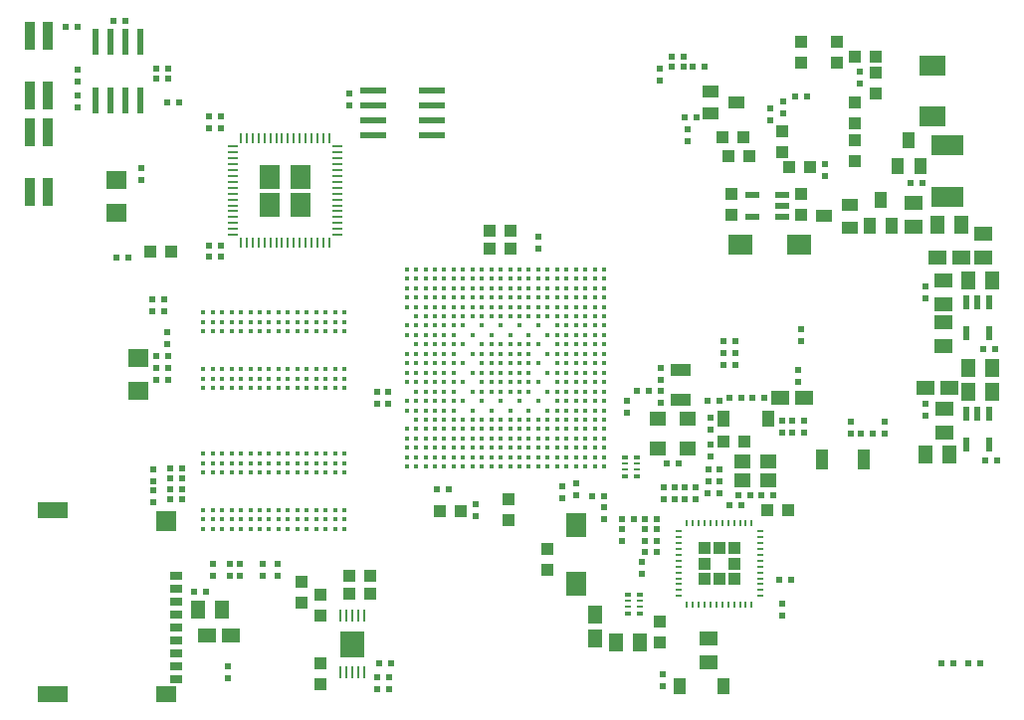
<source format=gbr>
%TF.GenerationSoftware,KiCad,Pcbnew,5.1.6-c6e7f7d~87~ubuntu18.04.1*%
%TF.CreationDate,2021-01-22T16:26:39+02:00*%
%TF.ProjectId,STMP1-OLinuXino_Rev_B,53544d50-312d-44f4-9c69-6e7558696e6f,B*%
%TF.SameCoordinates,Original*%
%TF.FileFunction,Paste,Bot*%
%TF.FilePolarity,Positive*%
%FSLAX46Y46*%
G04 Gerber Fmt 4.6, Leading zero omitted, Abs format (unit mm)*
G04 Created by KiCad (PCBNEW 5.1.6-c6e7f7d~87~ubuntu18.04.1) date 2021-01-22 16:26:39*
%MOMM*%
%LPD*%
G01*
G04 APERTURE LIST*
%ADD10R,0.914400X2.438400*%
%ADD11R,0.550000X0.500000*%
%ADD12R,1.016000X1.016000*%
%ADD13R,1.400000X1.200000*%
%ADD14R,0.500000X0.550000*%
%ADD15R,0.605000X0.305000*%
%ADD16R,0.605000X0.230000*%
%ADD17R,1.800000X1.000000*%
%ADD18R,0.550000X1.200000*%
%ADD19R,0.230000X0.980000*%
%ADD20R,2.000000X2.200000*%
%ADD21R,0.880000X0.230000*%
%ADD22R,1.800000X2.000000*%
%ADD23R,0.230000X0.880000*%
%ADD24R,1.524000X1.270000*%
%ADD25R,1.270000X1.524000*%
%ADD26R,0.420000X0.420000*%
%ADD27R,1.016000X1.778000*%
%ADD28R,1.700000X2.000000*%
%ADD29R,2.000000X1.700000*%
%ADD30R,2.286000X1.778000*%
%ADD31R,1.400000X1.000000*%
%ADD32R,1.800000X1.600000*%
%ADD33R,2.700000X1.800000*%
%ADD34R,1.100000X0.700000*%
%ADD35R,1.800000X1.400000*%
%ADD36R,1.800000X1.800000*%
%ADD37R,2.600000X1.400000*%
%ADD38R,1.778000X1.524000*%
%ADD39R,1.000000X1.000000*%
%ADD40R,0.630000X0.230000*%
%ADD41R,0.230000X0.630000*%
%ADD42R,2.200000X0.600000*%
%ADD43R,0.600000X2.200000*%
%ADD44R,1.000000X1.400000*%
%ADD45R,1.200000X0.550000*%
G04 APERTURE END LIST*
D10*
%TO.C,PWRON1*%
X103759000Y-49784000D03*
X102235000Y-49784000D03*
X103759000Y-44704000D03*
X102235000Y-44704000D03*
%TD*%
%TO.C,RESET1*%
X103759000Y-58039000D03*
X102235000Y-58039000D03*
X103759000Y-52959000D03*
X102235000Y-52959000D03*
%TD*%
D11*
%TO.C,R61*%
X145542000Y-61849000D03*
X145542000Y-62865000D03*
%TD*%
D12*
%TO.C,R59*%
X164973000Y-85090000D03*
X166751000Y-85090000D03*
%TD*%
D13*
%TO.C,Q3*%
X165057000Y-82588000D03*
X162857000Y-80988000D03*
X162857000Y-82588000D03*
X165057000Y-80988000D03*
%TD*%
D14*
%TO.C,C50*%
X162560000Y-83820000D03*
X163576000Y-83820000D03*
%TD*%
D12*
%TO.C,C58*%
X163068000Y-79248000D03*
X161290000Y-79248000D03*
%TD*%
D14*
%TO.C,R82*%
X156845000Y-47371000D03*
X157861000Y-47371000D03*
%TD*%
D15*
%TO.C,RM3*%
X154182500Y-92301000D03*
X153157500Y-92301000D03*
D16*
X154182500Y-92841000D03*
X153157500Y-92841000D03*
X154182500Y-93341000D03*
X153157500Y-93341000D03*
D15*
X154182500Y-93881000D03*
X153157500Y-93881000D03*
%TD*%
D17*
%TO.C,Q1*%
X157607000Y-73172000D03*
X157607000Y-75672000D03*
%TD*%
D15*
%TO.C,RM4*%
X153928500Y-80617000D03*
X152903500Y-80617000D03*
D16*
X153928500Y-81157000D03*
X152903500Y-81157000D03*
X153928500Y-81657000D03*
X152903500Y-81657000D03*
D15*
X153928500Y-82197000D03*
X152903500Y-82197000D03*
%TD*%
D18*
%TO.C,U13*%
X181930000Y-67407000D03*
X182880000Y-67407000D03*
X183830000Y-67407000D03*
X181930000Y-70007000D03*
X183830000Y-70007000D03*
%TD*%
D19*
%TO.C,U19*%
X128667000Y-94120000D03*
X129167000Y-94120000D03*
X129667000Y-94120000D03*
X130167000Y-94120000D03*
X130667000Y-94120000D03*
X130667000Y-98920000D03*
X130167000Y-98920000D03*
X129667000Y-98920000D03*
X129167000Y-98920000D03*
X128667000Y-98920000D03*
D20*
X129667000Y-96520000D03*
%TD*%
D14*
%TO.C,R78*%
X113030000Y-72009000D03*
X114046000Y-72009000D03*
%TD*%
D11*
%TO.C,R80*%
X113919000Y-70993000D03*
X113919000Y-69977000D03*
%TD*%
D21*
%TO.C,U8*%
X128402000Y-55162000D03*
X128402000Y-55662000D03*
X128402000Y-56162000D03*
X128402000Y-56662000D03*
X128402000Y-57162000D03*
X128402000Y-57662000D03*
X128402000Y-58162000D03*
X128402000Y-58662000D03*
X128402000Y-59162000D03*
X128402000Y-59662000D03*
D22*
X125252000Y-56712000D03*
D23*
X121202000Y-62362000D03*
X120702000Y-62362000D03*
X121702000Y-62362000D03*
X120202000Y-62362000D03*
D21*
X119502000Y-54662000D03*
X119502000Y-54162000D03*
X119502000Y-55662000D03*
X119502000Y-55162000D03*
D23*
X126202000Y-53462000D03*
X127702000Y-53462000D03*
X126702000Y-53462000D03*
X127202000Y-53462000D03*
D21*
X128402000Y-61662000D03*
X128402000Y-60162000D03*
X128402000Y-60662000D03*
X128402000Y-61162000D03*
D22*
X122652000Y-56712000D03*
X125252000Y-59112000D03*
X122652000Y-59112000D03*
D23*
X127702000Y-62362000D03*
X127202000Y-62362000D03*
X126702000Y-62362000D03*
X126202000Y-62362000D03*
X125702000Y-62362000D03*
X125202000Y-62362000D03*
X124702000Y-62362000D03*
X124202000Y-62362000D03*
X123702000Y-62362000D03*
X123202000Y-62362000D03*
X122702000Y-62362000D03*
X122202000Y-62362000D03*
D21*
X119502000Y-61662000D03*
X119502000Y-61162000D03*
X119502000Y-60662000D03*
X119502000Y-60162000D03*
X119502000Y-59662000D03*
X119502000Y-59162000D03*
X119502000Y-58662000D03*
X119502000Y-58162000D03*
X119502000Y-57662000D03*
X119502000Y-57162000D03*
X119502000Y-56662000D03*
X119502000Y-56162000D03*
D23*
X120202000Y-53462000D03*
X120702000Y-53462000D03*
X121202000Y-53462000D03*
X121702000Y-53462000D03*
X122202000Y-53462000D03*
X122702000Y-53462000D03*
X123202000Y-53462000D03*
X123702000Y-53462000D03*
X124202000Y-53462000D03*
X124702000Y-53462000D03*
X125202000Y-53462000D03*
X125702000Y-53462000D03*
D21*
X128402000Y-54162000D03*
X128402000Y-54662000D03*
%TD*%
D12*
%TO.C,C107*%
X161163000Y-53340000D03*
X162941000Y-53340000D03*
%TD*%
D24*
%TO.C,C88*%
X177419000Y-60960000D03*
X177419000Y-58928000D03*
%TD*%
%TO.C,L13*%
X168148000Y-75565000D03*
X166116000Y-75565000D03*
%TD*%
D25*
%TO.C,C46*%
X118618000Y-93599000D03*
X116586000Y-93599000D03*
%TD*%
D26*
%TO.C,U2*%
X121800000Y-74700000D03*
X121800000Y-73100000D03*
X121000000Y-73100000D03*
X120200000Y-74700000D03*
X120200000Y-73900000D03*
X122600000Y-74700000D03*
X122600000Y-73100000D03*
X122600000Y-73900000D03*
X121800000Y-73900000D03*
X121000000Y-73900000D03*
X120200000Y-73100000D03*
X121000000Y-74700000D03*
X125000000Y-74700000D03*
X125000000Y-73100000D03*
X124200000Y-73100000D03*
X123400000Y-74700000D03*
X123400000Y-73900000D03*
X125800000Y-74700000D03*
X125800000Y-73100000D03*
X125800000Y-73900000D03*
X125000000Y-73900000D03*
X124200000Y-73900000D03*
X123400000Y-73100000D03*
X124200000Y-74700000D03*
X128200000Y-74700000D03*
X128200000Y-73100000D03*
X127400000Y-73100000D03*
X126600000Y-74700000D03*
X126600000Y-73900000D03*
X129000000Y-74700000D03*
X129000000Y-73100000D03*
X129000000Y-73900000D03*
X128200000Y-73900000D03*
X127400000Y-73900000D03*
X126600000Y-73100000D03*
X127400000Y-74700000D03*
X118600000Y-69900000D03*
X118600000Y-68300000D03*
X117800000Y-68300000D03*
X117000000Y-69900000D03*
X117000000Y-69100000D03*
X118600000Y-69100000D03*
X117800000Y-69100000D03*
X117000000Y-68300000D03*
X117800000Y-69900000D03*
X121000000Y-69900000D03*
X121000000Y-68300000D03*
X120200000Y-68300000D03*
X119400000Y-69900000D03*
X119400000Y-69100000D03*
X121800000Y-69900000D03*
X121800000Y-68300000D03*
X121800000Y-69100000D03*
X121000000Y-69100000D03*
X120200000Y-69100000D03*
X119400000Y-68300000D03*
X120200000Y-69900000D03*
X124200000Y-69900000D03*
X124200000Y-68300000D03*
X123400000Y-68300000D03*
X122600000Y-69900000D03*
X122600000Y-69100000D03*
X125000000Y-69900000D03*
X125000000Y-68300000D03*
X125000000Y-69100000D03*
X124200000Y-69100000D03*
X123400000Y-69100000D03*
X122600000Y-68300000D03*
X123400000Y-69900000D03*
X127400000Y-69900000D03*
X127400000Y-68300000D03*
X126600000Y-68300000D03*
X125800000Y-69900000D03*
X125800000Y-69100000D03*
X128200000Y-69900000D03*
X128200000Y-68300000D03*
X128200000Y-69100000D03*
X127400000Y-69100000D03*
X126600000Y-69100000D03*
X125800000Y-68300000D03*
X126600000Y-69900000D03*
X119400000Y-74700000D03*
X119400000Y-73100000D03*
X119400000Y-73900000D03*
X118600000Y-73100000D03*
X118600000Y-73900000D03*
X118600000Y-74700000D03*
X117800000Y-74700000D03*
X117800000Y-73900000D03*
X117800000Y-73100000D03*
X117000000Y-74700000D03*
X117000000Y-73900000D03*
X129000000Y-69900000D03*
X129000000Y-69100000D03*
X129000000Y-68300000D03*
X117000000Y-73100000D03*
%TD*%
D14*
%TO.C,R88*%
X117475000Y-51562000D03*
X118491000Y-51562000D03*
%TD*%
%TO.C,R90*%
X163703000Y-75565000D03*
X164719000Y-75565000D03*
%TD*%
%TO.C,R93*%
X118491000Y-52578000D03*
X117475000Y-52578000D03*
%TD*%
D26*
%TO.C,U1*%
X139900000Y-64600000D03*
X144700000Y-64600000D03*
X147900000Y-64600000D03*
X145500000Y-64600000D03*
X143100000Y-64600000D03*
X135900000Y-64600000D03*
X141500000Y-64600000D03*
X137500000Y-64600000D03*
X136700000Y-64600000D03*
X150300000Y-64600000D03*
X139100000Y-64600000D03*
X142300000Y-64600000D03*
X147100000Y-64600000D03*
X149500000Y-64600000D03*
X138300000Y-64600000D03*
X140700000Y-64600000D03*
X148700000Y-64600000D03*
X134300000Y-64600000D03*
X151100000Y-64600000D03*
X146300000Y-64600000D03*
X143900000Y-64600000D03*
X135100000Y-64600000D03*
X139900000Y-65400000D03*
X144700000Y-65400000D03*
X147900000Y-65400000D03*
X145500000Y-65400000D03*
X143100000Y-65400000D03*
X135900000Y-65400000D03*
X141500000Y-65400000D03*
X137500000Y-65400000D03*
X136700000Y-65400000D03*
X150300000Y-65400000D03*
X139100000Y-65400000D03*
X142300000Y-65400000D03*
X147100000Y-65400000D03*
X149500000Y-65400000D03*
X138300000Y-65400000D03*
X140700000Y-65400000D03*
X148700000Y-65400000D03*
X134300000Y-65400000D03*
X151100000Y-65400000D03*
X146300000Y-65400000D03*
X143900000Y-65400000D03*
X135100000Y-65400000D03*
X139900000Y-66200000D03*
X144700000Y-66200000D03*
X147900000Y-66200000D03*
X145500000Y-66200000D03*
X143100000Y-66200000D03*
X135900000Y-66200000D03*
X141500000Y-66200000D03*
X137500000Y-66200000D03*
X136700000Y-66200000D03*
X150300000Y-66200000D03*
X139100000Y-66200000D03*
X142300000Y-66200000D03*
X147100000Y-66200000D03*
X149500000Y-66200000D03*
X138300000Y-66200000D03*
X140700000Y-66200000D03*
X148700000Y-66200000D03*
X134300000Y-66200000D03*
X151100000Y-66200000D03*
X146300000Y-66200000D03*
X143900000Y-66200000D03*
X135100000Y-66200000D03*
X139900000Y-67000000D03*
X144700000Y-67000000D03*
X147900000Y-67000000D03*
X145500000Y-67000000D03*
X143100000Y-67000000D03*
X135900000Y-67000000D03*
X141500000Y-67000000D03*
X137500000Y-67000000D03*
X136700000Y-67000000D03*
X150300000Y-67000000D03*
X139100000Y-67000000D03*
X142300000Y-67000000D03*
X147100000Y-67000000D03*
X149500000Y-67000000D03*
X138300000Y-67000000D03*
X140700000Y-67000000D03*
X148700000Y-67000000D03*
X134300000Y-67000000D03*
X151100000Y-67000000D03*
X146300000Y-67000000D03*
X143900000Y-67000000D03*
X135100000Y-67000000D03*
X139900000Y-67800000D03*
X144700000Y-67800000D03*
X147900000Y-67800000D03*
X145500000Y-67800000D03*
X143100000Y-67800000D03*
X135900000Y-67800000D03*
X141500000Y-67800000D03*
X137500000Y-67800000D03*
X136700000Y-67800000D03*
X150300000Y-67800000D03*
X139100000Y-67800000D03*
X142300000Y-67800000D03*
X147100000Y-67800000D03*
X149500000Y-67800000D03*
X138300000Y-67800000D03*
X140700000Y-67800000D03*
X148700000Y-67800000D03*
X134300000Y-67800000D03*
X151100000Y-67800000D03*
X146300000Y-67800000D03*
X143900000Y-67800000D03*
X135100000Y-67800000D03*
X139900000Y-68600000D03*
X144700000Y-68600000D03*
X147900000Y-68600000D03*
X145500000Y-68600000D03*
X143100000Y-68600000D03*
X135900000Y-68600000D03*
X141500000Y-68600000D03*
X137500000Y-68600000D03*
X136700000Y-68600000D03*
X150300000Y-68600000D03*
X139100000Y-68600000D03*
X142300000Y-68600000D03*
X147100000Y-68600000D03*
X149500000Y-68600000D03*
X138300000Y-68600000D03*
X140700000Y-68600000D03*
X148700000Y-68600000D03*
X151100000Y-68600000D03*
X146300000Y-68600000D03*
X143900000Y-68600000D03*
X135100000Y-68600000D03*
X147900000Y-69400000D03*
X145500000Y-69400000D03*
X135900000Y-69400000D03*
X137500000Y-69400000D03*
X136700000Y-69400000D03*
X150300000Y-69400000D03*
X139100000Y-69400000D03*
X142300000Y-69400000D03*
X147100000Y-69400000D03*
X149500000Y-69400000D03*
X138300000Y-69400000D03*
X140700000Y-69400000D03*
X148700000Y-69400000D03*
X134300000Y-69400000D03*
X151100000Y-69400000D03*
X143900000Y-69400000D03*
X135100000Y-69400000D03*
X139900000Y-70200000D03*
X144700000Y-70200000D03*
X147900000Y-70200000D03*
X143100000Y-70200000D03*
X135900000Y-70200000D03*
X141500000Y-70200000D03*
X137500000Y-70200000D03*
X136700000Y-70200000D03*
X150300000Y-70200000D03*
X147100000Y-70200000D03*
X149500000Y-70200000D03*
X138300000Y-70200000D03*
X148700000Y-70200000D03*
X134300000Y-70200000D03*
X151100000Y-70200000D03*
X146300000Y-70200000D03*
X135100000Y-70200000D03*
X144700000Y-71000000D03*
X147900000Y-71000000D03*
X145500000Y-71000000D03*
X143100000Y-71000000D03*
X135900000Y-71000000D03*
X141500000Y-71000000D03*
X137500000Y-71000000D03*
X136700000Y-71000000D03*
X150300000Y-71000000D03*
X139100000Y-71000000D03*
X142300000Y-71000000D03*
X147100000Y-71000000D03*
X149500000Y-71000000D03*
X138300000Y-71000000D03*
X140700000Y-71000000D03*
X148700000Y-71000000D03*
X151100000Y-71000000D03*
X143900000Y-71000000D03*
X135100000Y-71000000D03*
X139900000Y-71800000D03*
X144700000Y-71800000D03*
X147900000Y-71800000D03*
X143100000Y-71800000D03*
X135900000Y-71800000D03*
X141500000Y-71800000D03*
X137500000Y-71800000D03*
X136700000Y-71800000D03*
X150300000Y-71800000D03*
X142300000Y-71800000D03*
X147100000Y-71800000D03*
X149500000Y-71800000D03*
X138300000Y-71800000D03*
X140700000Y-71800000D03*
X148700000Y-71800000D03*
X134300000Y-71800000D03*
X151100000Y-71800000D03*
X146300000Y-71800000D03*
X143900000Y-71800000D03*
X135100000Y-71800000D03*
X144700000Y-72600000D03*
X147900000Y-72600000D03*
X145500000Y-72600000D03*
X143100000Y-72600000D03*
X135900000Y-72600000D03*
X141500000Y-72600000D03*
X137500000Y-72600000D03*
X136700000Y-72600000D03*
X150300000Y-72600000D03*
X139100000Y-72600000D03*
X142300000Y-72600000D03*
X147100000Y-72600000D03*
X149500000Y-72600000D03*
X138300000Y-72600000D03*
X140700000Y-72600000D03*
X148700000Y-72600000D03*
X134300000Y-72600000D03*
X151100000Y-72600000D03*
X143900000Y-72600000D03*
X135100000Y-72600000D03*
X140700000Y-78200000D03*
X148700000Y-78200000D03*
X134300000Y-78200000D03*
X151100000Y-78200000D03*
X146300000Y-78200000D03*
X143900000Y-78200000D03*
X135100000Y-78200000D03*
X141500000Y-79000000D03*
X137500000Y-79000000D03*
X134300000Y-73400000D03*
X135900000Y-74200000D03*
X141500000Y-74200000D03*
X137500000Y-74200000D03*
X149500000Y-73400000D03*
X136700000Y-73400000D03*
X137500000Y-73400000D03*
X139900000Y-73400000D03*
X144700000Y-77400000D03*
X138300000Y-73400000D03*
X143100000Y-73400000D03*
X143100000Y-80600000D03*
X135900000Y-80600000D03*
X139900000Y-80600000D03*
X141500000Y-80600000D03*
X137500000Y-80600000D03*
X136700000Y-80600000D03*
X150300000Y-80600000D03*
X139100000Y-80600000D03*
X142300000Y-80600000D03*
X147100000Y-80600000D03*
X149500000Y-80600000D03*
X138300000Y-80600000D03*
X140700000Y-80600000D03*
X148700000Y-80600000D03*
X134300000Y-80600000D03*
X151100000Y-80600000D03*
X146300000Y-80600000D03*
X143900000Y-80600000D03*
X135100000Y-80600000D03*
X144700000Y-81400000D03*
X139900000Y-77400000D03*
X135900000Y-76600000D03*
X141500000Y-76600000D03*
X136700000Y-74200000D03*
X150300000Y-74200000D03*
X139100000Y-74200000D03*
X142300000Y-74200000D03*
X147100000Y-74200000D03*
X149500000Y-74200000D03*
X138300000Y-74200000D03*
X140700000Y-74200000D03*
X148700000Y-74200000D03*
X134300000Y-74200000D03*
X151100000Y-74200000D03*
X143900000Y-74200000D03*
X135100000Y-74200000D03*
X143100000Y-75000000D03*
X145500000Y-74200000D03*
X143100000Y-74200000D03*
X143900000Y-73400000D03*
X148700000Y-73400000D03*
X135900000Y-73400000D03*
X147100000Y-73400000D03*
X144700000Y-79800000D03*
X147900000Y-79000000D03*
X143100000Y-79000000D03*
X144700000Y-79000000D03*
X136700000Y-79000000D03*
X150300000Y-79000000D03*
X139100000Y-79000000D03*
X142300000Y-79000000D03*
X147100000Y-79000000D03*
X149500000Y-79000000D03*
X138300000Y-79000000D03*
X140700000Y-79000000D03*
X148700000Y-79000000D03*
X134300000Y-79000000D03*
X151100000Y-79000000D03*
X146300000Y-79000000D03*
X143900000Y-79000000D03*
X135100000Y-79000000D03*
X147900000Y-81400000D03*
X150300000Y-73400000D03*
X135100000Y-73400000D03*
X151100000Y-73400000D03*
X146300000Y-73400000D03*
X139900000Y-79000000D03*
X143100000Y-78200000D03*
X145500000Y-81400000D03*
X143100000Y-81400000D03*
X135900000Y-81400000D03*
X141500000Y-81400000D03*
X137500000Y-81400000D03*
X136700000Y-81400000D03*
X150300000Y-81400000D03*
X139100000Y-81400000D03*
X142300000Y-81400000D03*
X147100000Y-81400000D03*
X149500000Y-81400000D03*
X138300000Y-81400000D03*
X140700000Y-81400000D03*
X148700000Y-81400000D03*
X134300000Y-81400000D03*
X151100000Y-81400000D03*
X146300000Y-81400000D03*
X143900000Y-81400000D03*
X135100000Y-81400000D03*
X148700000Y-76600000D03*
X134300000Y-76600000D03*
X151100000Y-76600000D03*
X146300000Y-76600000D03*
X145500000Y-78200000D03*
X147900000Y-78200000D03*
X147900000Y-79800000D03*
X145500000Y-79800000D03*
X141500000Y-79800000D03*
X137500000Y-79800000D03*
X136700000Y-79800000D03*
X143100000Y-79800000D03*
X135900000Y-79800000D03*
X150300000Y-79800000D03*
X139100000Y-79800000D03*
X142300000Y-79800000D03*
X147100000Y-79800000D03*
X149500000Y-79800000D03*
X138300000Y-79800000D03*
X140700000Y-79800000D03*
X148700000Y-79800000D03*
X134300000Y-79800000D03*
X151100000Y-79800000D03*
X146300000Y-79800000D03*
X143900000Y-79800000D03*
X135100000Y-79800000D03*
X139900000Y-81400000D03*
X147900000Y-80600000D03*
X145500000Y-80600000D03*
X144700000Y-80600000D03*
X147100000Y-76600000D03*
X149500000Y-76600000D03*
X138300000Y-76600000D03*
X141500000Y-73400000D03*
X147900000Y-74200000D03*
X139900000Y-75000000D03*
X147900000Y-75000000D03*
X147900000Y-73400000D03*
X147900000Y-76600000D03*
X143100000Y-76600000D03*
X137500000Y-76600000D03*
X136700000Y-76600000D03*
X150300000Y-76600000D03*
X144700000Y-78200000D03*
X145500000Y-75800000D03*
X145500000Y-77400000D03*
X135900000Y-75800000D03*
X137500000Y-75800000D03*
X136700000Y-75800000D03*
X150300000Y-75800000D03*
X139100000Y-75800000D03*
X142300000Y-75800000D03*
X147100000Y-75800000D03*
X149500000Y-75800000D03*
X138300000Y-75800000D03*
X140700000Y-75800000D03*
X148700000Y-75800000D03*
X134300000Y-75800000D03*
X151100000Y-75800000D03*
X143900000Y-75800000D03*
X135100000Y-75800000D03*
X144700000Y-76600000D03*
X139900000Y-79800000D03*
X139900000Y-76600000D03*
X143100000Y-77400000D03*
X137500000Y-77400000D03*
X136700000Y-77400000D03*
X150300000Y-77400000D03*
X139100000Y-77400000D03*
X142300000Y-77400000D03*
X147100000Y-77400000D03*
X149500000Y-77400000D03*
X138300000Y-77400000D03*
X140700000Y-77400000D03*
X148700000Y-77400000D03*
X151100000Y-77400000D03*
X146300000Y-77400000D03*
X143900000Y-77400000D03*
X135100000Y-77400000D03*
X139900000Y-78200000D03*
X135900000Y-78200000D03*
X135900000Y-79000000D03*
X144700000Y-75000000D03*
X135900000Y-75000000D03*
X141500000Y-77400000D03*
X141500000Y-75000000D03*
X137500000Y-75000000D03*
X136700000Y-75000000D03*
X150300000Y-75000000D03*
X142300000Y-75000000D03*
X147100000Y-75000000D03*
X149500000Y-75000000D03*
X138300000Y-75000000D03*
X140700000Y-75000000D03*
X148700000Y-75000000D03*
X151100000Y-75000000D03*
X146300000Y-75000000D03*
X143900000Y-75000000D03*
X135100000Y-75000000D03*
X141500000Y-78200000D03*
X137500000Y-78200000D03*
X136700000Y-78200000D03*
X150300000Y-78200000D03*
X139100000Y-78200000D03*
X142300000Y-78200000D03*
X147100000Y-78200000D03*
X149500000Y-78200000D03*
X138300000Y-78200000D03*
X135100000Y-76600000D03*
X135900000Y-77400000D03*
X147900000Y-75800000D03*
X147900000Y-77400000D03*
X145500000Y-79000000D03*
X144700000Y-73400000D03*
X140700000Y-73400000D03*
X142300000Y-73400000D03*
X144700000Y-74200000D03*
%TD*%
D11*
%TO.C,C40*%
X153035000Y-76835000D03*
X153035000Y-75819000D03*
%TD*%
%TO.C,C42*%
X155956000Y-73025000D03*
X155956000Y-74041000D03*
%TD*%
%TO.C,C43*%
X155956000Y-75946000D03*
X155956000Y-74930000D03*
%TD*%
D12*
%TO.C,C48*%
X146304000Y-88392000D03*
X146304000Y-90170000D03*
%TD*%
D14*
%TO.C,C49*%
X165481000Y-83820000D03*
X164465000Y-83820000D03*
%TD*%
D25*
%TO.C,C51*%
X152146000Y-96393000D03*
X154178000Y-96393000D03*
%TD*%
D14*
%TO.C,C53*%
X161798000Y-84709000D03*
X162814000Y-84709000D03*
%TD*%
%TO.C,C54*%
X154559000Y-87757000D03*
X155575000Y-87757000D03*
%TD*%
D11*
%TO.C,C59*%
X166243000Y-93091000D03*
X166243000Y-94107000D03*
%TD*%
D14*
%TO.C,C60*%
X167005000Y-91059000D03*
X165989000Y-91059000D03*
%TD*%
D24*
%TO.C,C61*%
X160020000Y-98044000D03*
X160020000Y-96012000D03*
%TD*%
D11*
%TO.C,C62*%
X158877000Y-83185000D03*
X158877000Y-84201000D03*
%TD*%
D12*
%TO.C,C63*%
X155829000Y-94615000D03*
X155829000Y-96393000D03*
%TD*%
D11*
%TO.C,C65*%
X157988000Y-83185000D03*
X157988000Y-84201000D03*
%TD*%
D14*
%TO.C,C66*%
X153670000Y-85852000D03*
X152654000Y-85852000D03*
%TD*%
D11*
%TO.C,C67*%
X151130000Y-84836000D03*
X151130000Y-85852000D03*
%TD*%
%TO.C,C68*%
X160020000Y-82677000D03*
X160020000Y-81661000D03*
%TD*%
D27*
%TO.C,C71*%
X169672000Y-80772000D03*
X173228000Y-80772000D03*
%TD*%
D25*
%TO.C,C89*%
X179451000Y-60833000D03*
X181483000Y-60833000D03*
%TD*%
D12*
%TO.C,C94*%
X114300000Y-63119000D03*
X112522000Y-63119000D03*
%TD*%
%TO.C,C98*%
X174244000Y-49657000D03*
X174244000Y-47879000D03*
%TD*%
%TO.C,C99*%
X172466000Y-52197000D03*
X172466000Y-50419000D03*
%TD*%
%TO.C,C100*%
X172466000Y-55372000D03*
X172466000Y-53594000D03*
%TD*%
%TO.C,C104*%
X167894000Y-46990000D03*
X167894000Y-45212000D03*
%TD*%
%TO.C,C105*%
X166243000Y-52832000D03*
X166243000Y-54610000D03*
%TD*%
%TO.C,C111*%
X170942000Y-45212000D03*
X170942000Y-46990000D03*
%TD*%
%TO.C,C113*%
X127000000Y-94107000D03*
X127000000Y-92329000D03*
%TD*%
%TO.C,C114*%
X127000000Y-98171000D03*
X127000000Y-99949000D03*
%TD*%
%TO.C,C115*%
X172466000Y-46482000D03*
X174244000Y-46482000D03*
%TD*%
%TO.C,C116*%
X167894000Y-58166000D03*
X167894000Y-59944000D03*
%TD*%
%TO.C,C117*%
X161925000Y-59944000D03*
X161925000Y-58166000D03*
%TD*%
%TO.C,C118*%
X131191000Y-90678000D03*
X129413000Y-90678000D03*
%TD*%
%TO.C,C119*%
X131191000Y-92202000D03*
X129413000Y-92202000D03*
%TD*%
%TO.C,C121*%
X166878000Y-55880000D03*
X168656000Y-55880000D03*
%TD*%
%TO.C,C122*%
X125349000Y-92964000D03*
X125349000Y-91186000D03*
%TD*%
%TO.C,C124*%
X163449000Y-54991000D03*
X161671000Y-54991000D03*
%TD*%
%TO.C,C134*%
X141351000Y-61341000D03*
X143129000Y-61341000D03*
%TD*%
%TO.C,C136*%
X141351000Y-62865000D03*
X143129000Y-62865000D03*
%TD*%
%TO.C,C163*%
X138938000Y-85217000D03*
X137160000Y-85217000D03*
%TD*%
%TO.C,C164*%
X143002000Y-85979000D03*
X143002000Y-84201000D03*
%TD*%
D11*
%TO.C,C167*%
X140208000Y-85598000D03*
X140208000Y-84582000D03*
%TD*%
D24*
%TO.C,C169*%
X179959000Y-69088000D03*
X179959000Y-71120000D03*
%TD*%
D25*
%TO.C,C170*%
X178435000Y-80391000D03*
X180467000Y-80391000D03*
%TD*%
D14*
%TO.C,C173*%
X110363000Y-43434000D03*
X109347000Y-43434000D03*
%TD*%
D25*
%TO.C,C175*%
X184150000Y-65532000D03*
X182118000Y-65532000D03*
%TD*%
%TO.C,C176*%
X182118000Y-75057000D03*
X184150000Y-75057000D03*
%TD*%
D24*
%TO.C,C179*%
X183388000Y-61595000D03*
X183388000Y-63627000D03*
%TD*%
%TO.C,C180*%
X180086000Y-78486000D03*
X180086000Y-76454000D03*
%TD*%
%TO.C,C182*%
X179959000Y-65532000D03*
X179959000Y-67564000D03*
%TD*%
D25*
%TO.C,C183*%
X182118000Y-73025000D03*
X184150000Y-73025000D03*
%TD*%
D11*
%TO.C,C184*%
X178435000Y-66040000D03*
X178435000Y-67056000D03*
%TD*%
%TO.C,C185*%
X178435000Y-77089000D03*
X178435000Y-76073000D03*
%TD*%
D28*
%TO.C,D1*%
X148717000Y-91400000D03*
X148717000Y-86400000D03*
%TD*%
D29*
%TO.C,D2*%
X162727000Y-62484000D03*
X167727000Y-62484000D03*
%TD*%
D30*
%TO.C,D4*%
X179070000Y-51580000D03*
X179070000Y-47226000D03*
%TD*%
D31*
%TO.C,FET2*%
X172049440Y-59121040D03*
X172049440Y-61023500D03*
X169839640Y-60068460D03*
%TD*%
D32*
%TO.C,FUSE1*%
X111506000Y-74933000D03*
X111506000Y-72133000D03*
%TD*%
D33*
%TO.C,FUSE2*%
X180340000Y-58461000D03*
X180340000Y-54061000D03*
%TD*%
D24*
%TO.C,L1*%
X117348000Y-95758000D03*
X119380000Y-95758000D03*
%TD*%
D25*
%TO.C,L4*%
X150368000Y-96012000D03*
X150368000Y-93980000D03*
%TD*%
D11*
%TO.C,L5*%
X152654000Y-86741000D03*
X152654000Y-87757000D03*
%TD*%
D14*
%TO.C,L6*%
X150114000Y-83947000D03*
X151130000Y-83947000D03*
%TD*%
D24*
%TO.C,L15*%
X181483000Y-63627000D03*
X179451000Y-63627000D03*
%TD*%
%TO.C,L16*%
X178435000Y-74676000D03*
X180467000Y-74676000D03*
%TD*%
D34*
%TO.C,MICRO_SD1*%
X114692000Y-90714000D03*
X114692000Y-91814000D03*
X114692000Y-92914000D03*
X114692000Y-94014000D03*
X114692000Y-95114000D03*
X114692000Y-96214000D03*
X114692000Y-97314000D03*
X114692000Y-98414000D03*
X114692000Y-99514000D03*
D35*
X113812000Y-100814000D03*
D36*
X113812000Y-86014000D03*
D37*
X104212000Y-85114000D03*
X104212000Y-100814000D03*
%TD*%
D11*
%TO.C,R15*%
X119253000Y-89662000D03*
X119253000Y-90678000D03*
%TD*%
D14*
%TO.C,R19*%
X115189000Y-81534000D03*
X114173000Y-81534000D03*
%TD*%
D11*
%TO.C,R25*%
X123317000Y-90678000D03*
X123317000Y-89662000D03*
%TD*%
D14*
%TO.C,R27*%
X114173000Y-83312000D03*
X115189000Y-83312000D03*
%TD*%
%TO.C,R30*%
X114173000Y-84201000D03*
X115189000Y-84201000D03*
%TD*%
D11*
%TO.C,R31*%
X122047000Y-89662000D03*
X122047000Y-90678000D03*
%TD*%
D14*
%TO.C,R32*%
X115189000Y-82423000D03*
X114173000Y-82423000D03*
%TD*%
D11*
%TO.C,R33*%
X120142000Y-89662000D03*
X120142000Y-90678000D03*
%TD*%
D14*
%TO.C,R40*%
X112649000Y-67183000D03*
X113665000Y-67183000D03*
%TD*%
%TO.C,R42*%
X162814000Y-75565000D03*
X161798000Y-75565000D03*
%TD*%
%TO.C,R43*%
X160909000Y-75819000D03*
X159893000Y-75819000D03*
%TD*%
D11*
%TO.C,R45*%
X167640000Y-73152000D03*
X167640000Y-74168000D03*
%TD*%
D14*
%TO.C,R48*%
X161290000Y-70739000D03*
X162306000Y-70739000D03*
%TD*%
%TO.C,R49*%
X162306000Y-71755000D03*
X161290000Y-71755000D03*
%TD*%
%TO.C,R50*%
X161290000Y-72771000D03*
X162306000Y-72771000D03*
%TD*%
D11*
%TO.C,R51*%
X160147000Y-78232000D03*
X160147000Y-77216000D03*
%TD*%
D14*
%TO.C,R53*%
X113665000Y-68199000D03*
X112649000Y-68199000D03*
%TD*%
D11*
%TO.C,R54*%
X119126000Y-98425000D03*
X119126000Y-99441000D03*
%TD*%
D14*
%TO.C,R55*%
X117221000Y-92075000D03*
X116205000Y-92075000D03*
%TD*%
D11*
%TO.C,R58*%
X157099000Y-84201000D03*
X157099000Y-83185000D03*
%TD*%
%TO.C,R60*%
X160147000Y-80518000D03*
X160147000Y-79502000D03*
%TD*%
%TO.C,R62*%
X166243000Y-77470000D03*
X166243000Y-78486000D03*
%TD*%
%TO.C,R63*%
X160909000Y-81661000D03*
X160909000Y-82677000D03*
%TD*%
D14*
%TO.C,R64*%
X159893000Y-83693000D03*
X160909000Y-83693000D03*
%TD*%
%TO.C,R65*%
X180848000Y-98171000D03*
X179832000Y-98171000D03*
%TD*%
%TO.C,R66*%
X183134000Y-98171000D03*
X182118000Y-98171000D03*
%TD*%
D11*
%TO.C,R67*%
X175006000Y-78613000D03*
X175006000Y-77597000D03*
%TD*%
D14*
%TO.C,R68*%
X172974000Y-78613000D03*
X173990000Y-78613000D03*
%TD*%
%TO.C,R69*%
X155575000Y-86741000D03*
X154559000Y-86741000D03*
%TD*%
%TO.C,R70*%
X157861000Y-46482000D03*
X156845000Y-46482000D03*
%TD*%
%TO.C,R71*%
X154559000Y-85852000D03*
X155575000Y-85852000D03*
%TD*%
D11*
%TO.C,R72*%
X154305000Y-89535000D03*
X154305000Y-90551000D03*
%TD*%
D14*
%TO.C,R73*%
X154559000Y-88646000D03*
X155575000Y-88646000D03*
%TD*%
D11*
%TO.C,R74*%
X148717000Y-83820000D03*
X148717000Y-82804000D03*
%TD*%
%TO.C,R75*%
X147574000Y-84074000D03*
X147574000Y-83058000D03*
%TD*%
%TO.C,R76*%
X156210000Y-83185000D03*
X156210000Y-84201000D03*
%TD*%
D14*
%TO.C,R77*%
X114046000Y-73025000D03*
X113030000Y-73025000D03*
%TD*%
%TO.C,R81*%
X114046000Y-74041000D03*
X113030000Y-74041000D03*
%TD*%
%TO.C,R91*%
X118491000Y-62611000D03*
X117475000Y-62611000D03*
%TD*%
%TO.C,R92*%
X117475000Y-63500000D03*
X118491000Y-63500000D03*
%TD*%
%TO.C,R100*%
X167132000Y-77470000D03*
X168148000Y-77470000D03*
%TD*%
%TO.C,R103*%
X105283000Y-43942000D03*
X106299000Y-43942000D03*
%TD*%
%TO.C,R104*%
X159004000Y-51689000D03*
X157988000Y-51689000D03*
%TD*%
D11*
%TO.C,R105*%
X158242000Y-53721000D03*
X158242000Y-52705000D03*
%TD*%
D14*
%TO.C,R106*%
X109601000Y-63627000D03*
X110617000Y-63627000D03*
%TD*%
D11*
%TO.C,R111*%
X155829000Y-48514000D03*
X155829000Y-47498000D03*
%TD*%
D14*
%TO.C,R114*%
X137922000Y-83312000D03*
X136906000Y-83312000D03*
%TD*%
D11*
%TO.C,R118*%
X167894000Y-69723000D03*
X167894000Y-70739000D03*
%TD*%
%TO.C,R119*%
X172085000Y-78613000D03*
X172085000Y-77597000D03*
%TD*%
%TO.C,R120*%
X106299000Y-47625000D03*
X106299000Y-48641000D03*
%TD*%
%TO.C,R121*%
X106299000Y-50800000D03*
X106299000Y-49784000D03*
%TD*%
D38*
%TO.C,R122*%
X109601000Y-59817000D03*
X109601000Y-57023000D03*
%TD*%
D14*
%TO.C,R123*%
X114935000Y-50419000D03*
X113919000Y-50419000D03*
%TD*%
%TO.C,R125*%
X184404000Y-71374000D03*
X183388000Y-71374000D03*
%TD*%
%TO.C,R126*%
X184531000Y-80899000D03*
X183515000Y-80899000D03*
%TD*%
%TO.C,R129*%
X114046000Y-47498000D03*
X113030000Y-47498000D03*
%TD*%
%TO.C,R131*%
X113030000Y-48387000D03*
X114046000Y-48387000D03*
%TD*%
D26*
%TO.C,U3*%
X121800000Y-86700000D03*
X121800000Y-85100000D03*
X121000000Y-85100000D03*
X120200000Y-86700000D03*
X120200000Y-85900000D03*
X122600000Y-86700000D03*
X122600000Y-85100000D03*
X122600000Y-85900000D03*
X121800000Y-85900000D03*
X121000000Y-85900000D03*
X120200000Y-85100000D03*
X121000000Y-86700000D03*
X125000000Y-86700000D03*
X125000000Y-85100000D03*
X124200000Y-85100000D03*
X123400000Y-86700000D03*
X123400000Y-85900000D03*
X125800000Y-86700000D03*
X125800000Y-85100000D03*
X125800000Y-85900000D03*
X125000000Y-85900000D03*
X124200000Y-85900000D03*
X123400000Y-85100000D03*
X124200000Y-86700000D03*
X128200000Y-86700000D03*
X128200000Y-85100000D03*
X127400000Y-85100000D03*
X126600000Y-86700000D03*
X126600000Y-85900000D03*
X129000000Y-86700000D03*
X129000000Y-85100000D03*
X129000000Y-85900000D03*
X128200000Y-85900000D03*
X127400000Y-85900000D03*
X126600000Y-85100000D03*
X127400000Y-86700000D03*
X118600000Y-81900000D03*
X118600000Y-80300000D03*
X117800000Y-80300000D03*
X117000000Y-81900000D03*
X117000000Y-81100000D03*
X118600000Y-81100000D03*
X117800000Y-81100000D03*
X117000000Y-80300000D03*
X117800000Y-81900000D03*
X121000000Y-81900000D03*
X121000000Y-80300000D03*
X120200000Y-80300000D03*
X119400000Y-81900000D03*
X119400000Y-81100000D03*
X121800000Y-81900000D03*
X121800000Y-80300000D03*
X121800000Y-81100000D03*
X121000000Y-81100000D03*
X120200000Y-81100000D03*
X119400000Y-80300000D03*
X120200000Y-81900000D03*
X124200000Y-81900000D03*
X124200000Y-80300000D03*
X123400000Y-80300000D03*
X122600000Y-81900000D03*
X122600000Y-81100000D03*
X125000000Y-81900000D03*
X125000000Y-80300000D03*
X125000000Y-81100000D03*
X124200000Y-81100000D03*
X123400000Y-81100000D03*
X122600000Y-80300000D03*
X123400000Y-81900000D03*
X127400000Y-81900000D03*
X127400000Y-80300000D03*
X126600000Y-80300000D03*
X125800000Y-81900000D03*
X125800000Y-81100000D03*
X128200000Y-81900000D03*
X128200000Y-80300000D03*
X128200000Y-81100000D03*
X127400000Y-81100000D03*
X126600000Y-81100000D03*
X125800000Y-80300000D03*
X126600000Y-81900000D03*
X119400000Y-86700000D03*
X119400000Y-85100000D03*
X119400000Y-85900000D03*
X118600000Y-85100000D03*
X118600000Y-85900000D03*
X118600000Y-86700000D03*
X117800000Y-86700000D03*
X117800000Y-85900000D03*
X117800000Y-85100000D03*
X117000000Y-86700000D03*
X117000000Y-85900000D03*
X129000000Y-81900000D03*
X129000000Y-81100000D03*
X129000000Y-80300000D03*
X117000000Y-85100000D03*
%TD*%
D39*
%TO.C,U4*%
X162204400Y-88366600D03*
X160909000Y-88366600D03*
X162204400Y-89662000D03*
X162204400Y-90957400D03*
X160909000Y-90957400D03*
X159613600Y-90957400D03*
X159613600Y-89662000D03*
D40*
X164384000Y-86912000D03*
X164384000Y-87412000D03*
X164384000Y-87912000D03*
X164384000Y-88412000D03*
X164384000Y-88912000D03*
X164384000Y-89412000D03*
X164384000Y-89912000D03*
X164384000Y-90412000D03*
X164384000Y-90912000D03*
X164384000Y-91412000D03*
X164384000Y-91912000D03*
X164384000Y-92412000D03*
D41*
X163659000Y-93137000D03*
X163159000Y-93137000D03*
X162659000Y-93137000D03*
X162159000Y-93137000D03*
X161659000Y-93137000D03*
X161159000Y-93137000D03*
X160659000Y-93137000D03*
X160159000Y-93137000D03*
X159659000Y-93137000D03*
X159159000Y-93137000D03*
X158659000Y-93137000D03*
X158159000Y-93137000D03*
D40*
X157434000Y-92412000D03*
X157434000Y-91912000D03*
X157434000Y-91412000D03*
X157434000Y-90912000D03*
X157434000Y-90412000D03*
X157434000Y-89912000D03*
X157434000Y-89412000D03*
X157434000Y-88912000D03*
X157434000Y-88412000D03*
X157434000Y-87912000D03*
X157434000Y-87412000D03*
X157434000Y-86912000D03*
D41*
X158159000Y-86187000D03*
X158659000Y-86187000D03*
X159159000Y-86187000D03*
X159659000Y-86187000D03*
X160159000Y-86187000D03*
X160659000Y-86187000D03*
X161159000Y-86187000D03*
X161659000Y-86187000D03*
X162159000Y-86187000D03*
X162659000Y-86187000D03*
X163159000Y-86187000D03*
X163659000Y-86187000D03*
D39*
X159613600Y-88366600D03*
%TD*%
D42*
%TO.C,U9*%
X136485000Y-49403000D03*
X136485000Y-50673000D03*
X136485000Y-51943000D03*
X136485000Y-53213000D03*
X131485000Y-53213000D03*
X131485000Y-51943000D03*
X131485000Y-50673000D03*
X131485000Y-49403000D03*
%TD*%
D18*
%TO.C,U14*%
X183830000Y-79532000D03*
X181930000Y-79532000D03*
X183830000Y-76932000D03*
X182880000Y-76932000D03*
X181930000Y-76932000D03*
%TD*%
D43*
%TO.C,U15*%
X107823000Y-50252000D03*
X109093000Y-50252000D03*
X110363000Y-50252000D03*
X111633000Y-50252000D03*
X111633000Y-45252000D03*
X110363000Y-45252000D03*
X109093000Y-45252000D03*
X107823000Y-45252000D03*
%TD*%
D11*
%TO.C,C187*%
X117856000Y-89662000D03*
X117856000Y-90678000D03*
%TD*%
%TO.C,C188*%
X112776000Y-83439000D03*
X112776000Y-84455000D03*
%TD*%
%TO.C,C189*%
X112776000Y-81661000D03*
X112776000Y-82677000D03*
%TD*%
%TO.C,C96*%
X169926000Y-55626000D03*
X169926000Y-56642000D03*
%TD*%
D14*
%TO.C,C97*%
X168402000Y-49911000D03*
X167386000Y-49911000D03*
%TD*%
%TO.C,C120*%
X132969000Y-98171000D03*
X131953000Y-98171000D03*
%TD*%
D11*
%TO.C,C123*%
X129413000Y-50673000D03*
X129413000Y-49657000D03*
%TD*%
D44*
%TO.C,D3*%
X161290000Y-100076000D03*
X157490000Y-100076000D03*
%TD*%
%TO.C,D5*%
X161295000Y-77343000D03*
X165095000Y-77343000D03*
%TD*%
%TO.C,FET4*%
X174627540Y-58674000D03*
X173672500Y-60883800D03*
X175574960Y-60883800D03*
%TD*%
D11*
%TO.C,R107*%
X111760000Y-56007000D03*
X111760000Y-57023000D03*
%TD*%
%TO.C,R108*%
X172847000Y-47752000D03*
X172847000Y-48768000D03*
%TD*%
%TO.C,R109*%
X165227000Y-51943000D03*
X165227000Y-50927000D03*
%TD*%
D14*
%TO.C,R110*%
X158623000Y-47371000D03*
X159639000Y-47371000D03*
%TD*%
%TO.C,R133*%
X132842000Y-100330000D03*
X131826000Y-100330000D03*
%TD*%
%TO.C,R134*%
X132842000Y-99314000D03*
X131826000Y-99314000D03*
%TD*%
D11*
%TO.C,R135*%
X166370000Y-51308000D03*
X166370000Y-50292000D03*
%TD*%
D14*
%TO.C,R136*%
X178181000Y-57277000D03*
X177165000Y-57277000D03*
%TD*%
%TO.C,R139*%
X168148000Y-78486000D03*
X167132000Y-78486000D03*
%TD*%
D11*
%TO.C,R140*%
X156083000Y-100076000D03*
X156083000Y-99060000D03*
%TD*%
D31*
%TO.C,T1*%
X162392360Y-50421540D03*
X160182560Y-49466500D03*
X160182560Y-51368960D03*
%TD*%
D44*
%TO.C,U20*%
X177988000Y-55837000D03*
X176088000Y-55837000D03*
X177038000Y-53637000D03*
%TD*%
D45*
%TO.C,VR2*%
X166273000Y-58232000D03*
X166273000Y-59182000D03*
X166273000Y-60132000D03*
X163673000Y-58232000D03*
X163673000Y-60132000D03*
%TD*%
D14*
%TO.C,C127*%
X157480000Y-81153000D03*
X156464000Y-81153000D03*
%TD*%
D13*
%TO.C,CR1*%
X158242000Y-79883000D03*
X155702000Y-79883000D03*
X155702000Y-77343000D03*
X158242000Y-77343000D03*
%TD*%
D11*
%TO.C,R2*%
X132715000Y-75057000D03*
X132715000Y-76073000D03*
%TD*%
%TO.C,R3*%
X131826000Y-76073000D03*
X131826000Y-75057000D03*
%TD*%
D14*
%TO.C,R46*%
X153924000Y-74930000D03*
X154940000Y-74930000D03*
%TD*%
M02*

</source>
